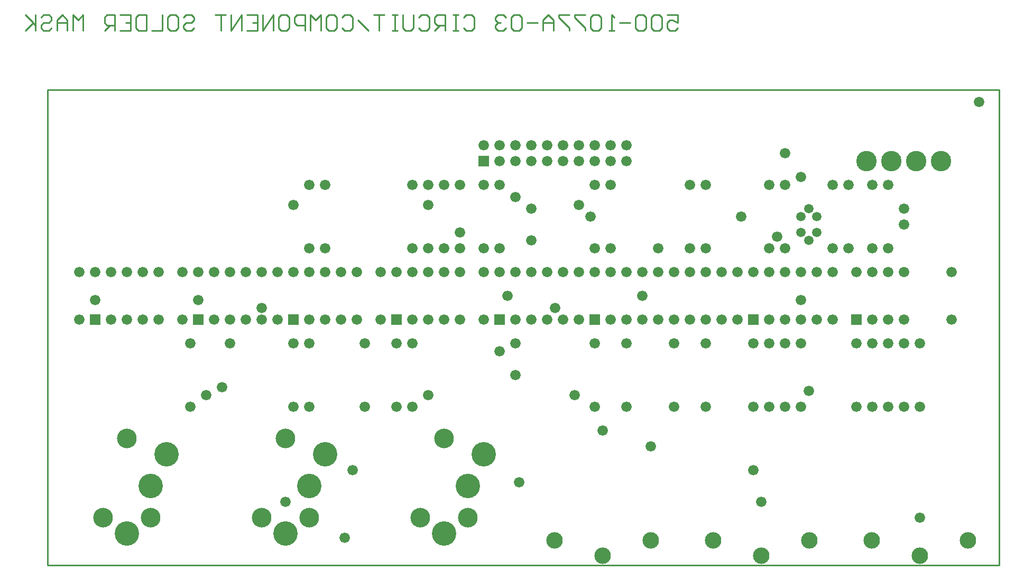
<source format=gbs>
*%FSLAX23Y23*%
*%MOIN*%
G01*
%ADD11C,0.006*%
%ADD12C,0.007*%
%ADD13C,0.008*%
%ADD14C,0.010*%
%ADD15C,0.012*%
%ADD16C,0.032*%
%ADD17C,0.036*%
%ADD18C,0.050*%
%ADD19C,0.050*%
%ADD20C,0.052*%
%ADD21C,0.055*%
%ADD22C,0.056*%
%ADD23C,0.059*%
%ADD24C,0.060*%
%ADD25C,0.062*%
%ADD26C,0.066*%
%ADD27C,0.070*%
%ADD28C,0.080*%
%ADD29C,0.090*%
%ADD30C,0.095*%
%ADD31C,0.100*%
%ADD32C,0.104*%
%ADD33C,0.115*%
%ADD34C,0.120*%
%ADD35C,0.124*%
%ADD36C,0.125*%
%ADD37C,0.129*%
%ADD38C,0.150*%
%ADD39C,0.154*%
%ADD40R,0.062X0.062*%
%ADD41R,0.066X0.066*%
D14*
X10826Y9741D02*
X10893D01*
Y9691D01*
X10860Y9708D01*
X10843D01*
X10826Y9691D01*
Y9658D01*
X10843Y9641D01*
X10876D01*
X10893Y9658D01*
X10793Y9724D02*
X10776Y9741D01*
X10743D01*
X10726Y9724D01*
Y9658D01*
X10743Y9641D01*
X10776D01*
X10793Y9658D01*
Y9724D01*
X10693D02*
X10676Y9741D01*
X10643D01*
X10626Y9724D01*
Y9658D01*
X10643Y9641D01*
X10676D01*
X10693Y9658D01*
Y9724D01*
X10593Y9691D02*
X10526D01*
X10493Y9641D02*
X10460D01*
X10476D01*
Y9741D01*
X10477D01*
X10476D02*
X10493Y9724D01*
X10410D02*
X10393Y9741D01*
X10360D01*
X10343Y9724D01*
Y9658D01*
X10360Y9641D01*
X10393D01*
X10410Y9658D01*
Y9724D01*
X10310Y9741D02*
X10243D01*
Y9724D01*
X10310Y9658D01*
Y9641D01*
X10210Y9741D02*
X10143D01*
Y9724D01*
X10210Y9658D01*
Y9641D01*
X10110D02*
Y9708D01*
X10077Y9741D01*
X10043Y9708D01*
Y9641D01*
Y9691D01*
X10110D01*
X10010D02*
X9943D01*
X9910Y9724D02*
X9893Y9741D01*
X9860D01*
X9843Y9724D01*
Y9658D01*
X9860Y9641D01*
X9893D01*
X9910Y9658D01*
Y9724D01*
X9810D02*
X9793Y9741D01*
X9760D01*
X9743Y9724D01*
Y9708D01*
X9744D01*
X9743D02*
X9744D01*
X9743D02*
X9744D01*
X9743D02*
X9760Y9691D01*
X9777D01*
X9760D01*
X9743Y9674D01*
Y9658D01*
X9760Y9641D01*
X9793D01*
X9810Y9658D01*
X9560Y9741D02*
X9543Y9724D01*
X9560Y9741D02*
X9593D01*
X9610Y9724D01*
Y9658D01*
X9593Y9641D01*
X9560D01*
X9543Y9658D01*
X9510Y9741D02*
X9477D01*
X9493D01*
Y9641D01*
X9510D01*
X9477D01*
X9427D02*
Y9741D01*
X9377D01*
X9360Y9724D01*
Y9691D01*
X9377Y9674D01*
X9427D01*
X9393D02*
X9360Y9641D01*
X9260Y9724D02*
X9277Y9741D01*
X9310D01*
X9327Y9724D01*
Y9658D01*
X9310Y9641D01*
X9277D01*
X9260Y9658D01*
X9227D02*
Y9741D01*
Y9658D02*
X9210Y9641D01*
X9177D01*
X9160Y9658D01*
Y9741D01*
X9127D02*
X9094D01*
X9110D01*
Y9641D01*
X9127D01*
X9094D01*
X9044Y9741D02*
X8977D01*
X9010D01*
Y9641D01*
X8944D02*
X8877Y9708D01*
X8794Y9741D02*
X8777Y9724D01*
X8794Y9741D02*
X8827D01*
X8844Y9724D01*
Y9658D01*
X8827Y9641D01*
X8794D01*
X8777Y9658D01*
X8727Y9741D02*
X8694D01*
X8727D02*
X8744Y9724D01*
Y9658D01*
X8727Y9641D01*
X8694D01*
X8677Y9658D01*
Y9724D01*
X8694Y9741D01*
X8644D02*
Y9641D01*
X8610Y9708D02*
X8644Y9741D01*
X8610Y9708D02*
X8577Y9741D01*
Y9641D01*
X8544D02*
Y9741D01*
X8494D01*
X8477Y9724D01*
Y9691D01*
X8494Y9674D01*
X8544D01*
X8427Y9741D02*
X8394D01*
X8427D02*
X8444Y9724D01*
Y9658D01*
X8427Y9641D01*
X8394D01*
X8377Y9658D01*
Y9724D01*
X8394Y9741D01*
X8344D02*
Y9641D01*
X8277D02*
X8344Y9741D01*
X8277D02*
Y9641D01*
X8244Y9741D02*
X8177D01*
X8244D02*
Y9641D01*
X8177D01*
X8211Y9691D02*
X8244D01*
X8144Y9641D02*
Y9741D01*
X8077Y9641D01*
Y9741D01*
X8044D02*
X7977D01*
X8011D01*
Y9641D01*
X7794Y9741D02*
X7777Y9724D01*
X7794Y9741D02*
X7827D01*
X7844Y9724D01*
Y9708D01*
X7827Y9691D01*
X7794D01*
X7777Y9674D01*
Y9658D01*
X7794Y9641D01*
X7827D01*
X7844Y9658D01*
X7727Y9741D02*
X7694D01*
X7727D02*
X7744Y9724D01*
Y9658D01*
X7727Y9641D01*
X7694D01*
X7677Y9658D01*
Y9724D01*
X7694Y9741D01*
X7644D02*
Y9641D01*
X7577D01*
X7544D02*
Y9741D01*
Y9641D02*
X7494D01*
X7477Y9658D01*
Y9724D01*
X7494Y9741D01*
X7544D01*
X7444D02*
X7377D01*
X7444D02*
Y9641D01*
X7377D01*
X7411Y9691D02*
X7444D01*
X7344Y9641D02*
Y9741D01*
X7294D01*
X7278Y9724D01*
Y9691D01*
X7294Y9674D01*
X7344D01*
X7311D02*
X7278Y9641D01*
X7144D02*
Y9741D01*
X7111Y9708D01*
X7078Y9741D01*
Y9641D01*
X7044D02*
Y9708D01*
X7011Y9741D01*
X6978Y9708D01*
Y9641D01*
Y9691D01*
X7044D01*
X6894Y9741D02*
X6878Y9724D01*
X6894Y9741D02*
X6928D01*
X6944Y9724D01*
Y9708D01*
X6928Y9691D01*
X6894D01*
X6878Y9674D01*
Y9658D01*
X6894Y9641D01*
X6928D01*
X6944Y9658D01*
X6844Y9641D02*
Y9741D01*
Y9674D02*
Y9641D01*
Y9674D02*
X6778Y9741D01*
X6828Y9691D01*
X6778Y9641D01*
X6918Y9266D02*
Y6266D01*
Y9266D02*
X12918D01*
Y6266D01*
X6918D01*
D23*
X11768Y8366D02*
D03*
X11718Y8316D02*
D03*
X11668Y8366D02*
D03*
Y8466D02*
D03*
X11718Y8516D02*
D03*
X11768Y8466D02*
D03*
D26*
X12793Y9191D02*
D03*
X12418Y6566D02*
D03*
X11668Y7941D02*
D03*
X11718Y7366D02*
D03*
X11668Y8716D02*
D03*
X11418Y6666D02*
D03*
X11518Y8341D02*
D03*
X11568Y8866D02*
D03*
X11368Y6866D02*
D03*
X11293Y8466D02*
D03*
X10668Y7966D02*
D03*
X10768Y8266D02*
D03*
X10721Y7016D02*
D03*
X10243Y7341D02*
D03*
X10418Y7116D02*
D03*
X10343Y8466D02*
D03*
X10268Y8541D02*
D03*
X10118Y7891D02*
D03*
X9893Y6791D02*
D03*
X9868Y8591D02*
D03*
X9818Y7966D02*
D03*
X9768Y7616D02*
D03*
X9518Y8366D02*
D03*
X9318Y7341D02*
D03*
Y8541D02*
D03*
X8793Y6441D02*
D03*
X8843Y6866D02*
D03*
X8468Y8541D02*
D03*
X8418Y6666D02*
D03*
X8268Y7891D02*
D03*
X8018Y7391D02*
D03*
X8068Y7666D02*
D03*
X7918Y7341D02*
D03*
X7868Y7941D02*
D03*
X7218D02*
D03*
X7118Y8116D02*
D03*
Y7816D02*
D03*
X7318D02*
D03*
X7218Y8116D02*
D03*
X7318D02*
D03*
X7418D02*
D03*
X7518D02*
D03*
Y7816D02*
D03*
X7418D02*
D03*
X8368D02*
D03*
Y8116D02*
D03*
X8868D02*
D03*
Y7816D02*
D03*
X9018D02*
D03*
Y8116D02*
D03*
X7618D02*
D03*
Y7816D02*
D03*
X7768Y8116D02*
D03*
Y7816D02*
D03*
X8268Y8116D02*
D03*
Y7816D02*
D03*
X8568Y7266D02*
D03*
Y7666D02*
D03*
X8468D02*
D03*
Y7266D02*
D03*
X8068Y7816D02*
D03*
X8168D02*
D03*
Y8116D02*
D03*
X8068D02*
D03*
X7968D02*
D03*
X7868D02*
D03*
X7968Y7816D02*
D03*
X8668D02*
D03*
X8768D02*
D03*
Y8116D02*
D03*
X8668D02*
D03*
X8568D02*
D03*
X8468D02*
D03*
X8568Y7816D02*
D03*
X8918Y7266D02*
D03*
Y7666D02*
D03*
X7818Y7266D02*
D03*
Y7666D02*
D03*
X8668Y8266D02*
D03*
Y8666D02*
D03*
X8568Y8266D02*
D03*
Y8666D02*
D03*
X9668Y8266D02*
D03*
Y8666D02*
D03*
X10268Y8116D02*
D03*
Y7816D02*
D03*
X9668Y8116D02*
D03*
Y7816D02*
D03*
X10168D02*
D03*
Y8116D02*
D03*
X9518D02*
D03*
Y7816D02*
D03*
X9218Y7666D02*
D03*
Y7266D02*
D03*
X9118Y7666D02*
D03*
Y7266D02*
D03*
X9968Y8316D02*
D03*
Y8516D02*
D03*
X9868Y7666D02*
D03*
Y7466D02*
D03*
X10568Y7266D02*
D03*
Y7666D02*
D03*
X10368Y7266D02*
D03*
Y7666D02*
D03*
X9318Y7816D02*
D03*
X9418D02*
D03*
Y8116D02*
D03*
X9318D02*
D03*
X9218D02*
D03*
X9118D02*
D03*
X9218Y7816D02*
D03*
X9968D02*
D03*
X10068D02*
D03*
Y8116D02*
D03*
X9968D02*
D03*
X9868D02*
D03*
X9768D02*
D03*
X9868Y7816D02*
D03*
X10468D02*
D03*
X10568D02*
D03*
X10668D02*
D03*
X10768D02*
D03*
X10868D02*
D03*
X10968D02*
D03*
X11068D02*
D03*
Y8116D02*
D03*
X10968D02*
D03*
X10868D02*
D03*
X10768D02*
D03*
X10668D02*
D03*
X10568D02*
D03*
X10468D02*
D03*
X10368D02*
D03*
X9768Y8266D02*
D03*
Y8666D02*
D03*
X9518Y8266D02*
D03*
Y8666D02*
D03*
X9418Y8266D02*
D03*
Y8666D02*
D03*
X9318Y8266D02*
D03*
Y8666D02*
D03*
X9218Y8266D02*
D03*
Y8666D02*
D03*
X10468Y8266D02*
D03*
Y8666D02*
D03*
X10368Y8266D02*
D03*
Y8666D02*
D03*
X9668Y8916D02*
D03*
X9768Y8816D02*
D03*
Y8916D02*
D03*
X9868Y8816D02*
D03*
Y8916D02*
D03*
X9968Y8816D02*
D03*
Y8916D02*
D03*
X10068Y8816D02*
D03*
Y8916D02*
D03*
X10168Y8816D02*
D03*
Y8916D02*
D03*
X10268Y8816D02*
D03*
Y8916D02*
D03*
X10368Y8816D02*
D03*
Y8916D02*
D03*
X10468Y8816D02*
D03*
Y8916D02*
D03*
X10568Y8816D02*
D03*
Y8916D02*
D03*
X11968Y8666D02*
D03*
Y8266D02*
D03*
X12018Y7666D02*
D03*
Y7266D02*
D03*
X11168Y7816D02*
D03*
Y8116D02*
D03*
X11268D02*
D03*
Y7816D02*
D03*
X11768D02*
D03*
Y8116D02*
D03*
X11068Y7266D02*
D03*
Y7666D02*
D03*
X10868Y7266D02*
D03*
Y7666D02*
D03*
X11668D02*
D03*
Y7266D02*
D03*
X11368D02*
D03*
Y7666D02*
D03*
X12118Y8666D02*
D03*
Y8266D02*
D03*
X11568Y7816D02*
D03*
X11668D02*
D03*
Y8116D02*
D03*
X11568D02*
D03*
X11468D02*
D03*
X11368D02*
D03*
X11468Y7816D02*
D03*
X11868D02*
D03*
Y8116D02*
D03*
X12118Y7816D02*
D03*
X12018Y8116D02*
D03*
X12118D02*
D03*
X12218D02*
D03*
X12318D02*
D03*
Y7816D02*
D03*
X12218D02*
D03*
X12118Y7266D02*
D03*
Y7666D02*
D03*
X11468D02*
D03*
Y7266D02*
D03*
X11568D02*
D03*
Y7666D02*
D03*
X11868Y8266D02*
D03*
Y8666D02*
D03*
X11568Y8266D02*
D03*
Y8666D02*
D03*
X11468Y8266D02*
D03*
Y8666D02*
D03*
X10968Y8266D02*
D03*
Y8666D02*
D03*
X11068Y8266D02*
D03*
Y8666D02*
D03*
X12218Y7666D02*
D03*
Y7266D02*
D03*
X12318Y7666D02*
D03*
Y7266D02*
D03*
X12418Y7666D02*
D03*
Y7266D02*
D03*
X12218Y8666D02*
D03*
Y8266D02*
D03*
X12618Y8116D02*
D03*
Y7816D02*
D03*
X12318Y8516D02*
D03*
Y8416D02*
D03*
D32*
X10721Y6424D02*
D03*
X10115D02*
D03*
X10418Y6326D02*
D03*
X11721Y6424D02*
D03*
X11115D02*
D03*
X11418Y6326D02*
D03*
X12721Y6424D02*
D03*
X12115D02*
D03*
X12418Y6326D02*
D03*
D35*
X7418Y7066D02*
D03*
X7268Y6566D02*
D03*
X7568D02*
D03*
X8418Y7066D02*
D03*
X8268Y6566D02*
D03*
X8568D02*
D03*
X9418Y7066D02*
D03*
X9268Y6566D02*
D03*
X9568D02*
D03*
D37*
X12396Y8816D02*
D03*
X12084D02*
D03*
X12552D02*
D03*
X12240D02*
D03*
D39*
X7418Y6466D02*
D03*
X7668Y6966D02*
D03*
X7568Y6766D02*
D03*
X8418Y6466D02*
D03*
X8668Y6966D02*
D03*
X8568Y6766D02*
D03*
X9418Y6466D02*
D03*
X9668Y6966D02*
D03*
X9568Y6766D02*
D03*
D41*
X7218Y7816D02*
D03*
X7868D02*
D03*
X8468D02*
D03*
X9118D02*
D03*
X9768D02*
D03*
X10368D02*
D03*
X9668Y8816D02*
D03*
X11368Y7816D02*
D03*
X12018D02*
D03*
M02*

</source>
